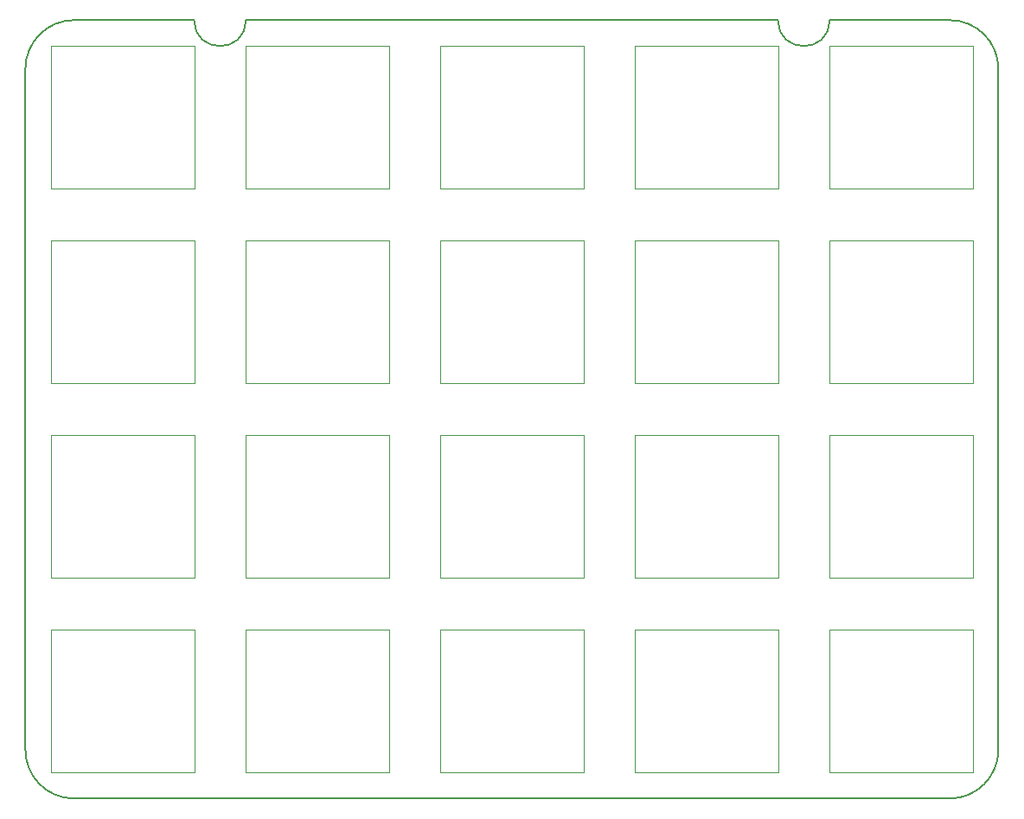
<source format=gm1>
G04 #@! TF.GenerationSoftware,KiCad,Pcbnew,5.1.2-f72e74a~84~ubuntu18.04.1*
G04 #@! TF.CreationDate,2019-06-18T11:16:38+09:00*
G04 #@! TF.ProjectId,top-plate,746f702d-706c-4617-9465-2e6b69636164,rev?*
G04 #@! TF.SameCoordinates,Original*
G04 #@! TF.FileFunction,Profile,NP*
%FSLAX46Y46*%
G04 Gerber Fmt 4.6, Leading zero omitted, Abs format (unit mm)*
G04 Created by KiCad (PCBNEW 5.1.2-f72e74a~84~ubuntu18.04.1) date 2019-06-18 11:16:38*
%MOMM*%
%LPD*%
G04 APERTURE LIST*
%ADD10C,0.150000*%
%ADD11C,0.200000*%
%ADD12C,0.100000*%
G04 APERTURE END LIST*
D10*
X126365000Y-23812500D02*
X138112500Y-23812500D01*
X69215000Y-23812500D02*
X121285000Y-23812500D01*
X52387500Y-23812500D02*
X64135000Y-23812500D01*
X69215000Y-23812500D02*
G75*
G02X64135000Y-23812500I-2540000J0D01*
G01*
X126365000Y-23812500D02*
G75*
G02X121285000Y-23812500I-2540000J0D01*
G01*
X142875000Y-95250000D02*
G75*
G02X138112500Y-100012500I-4762500J0D01*
G01*
X52387500Y-100012500D02*
G75*
G02X47625000Y-95250000I0J4762500D01*
G01*
X47625000Y-28575000D02*
G75*
G02X52387500Y-23812500I4762500J0D01*
G01*
X138112500Y-23812500D02*
G75*
G02X142875000Y-28575000I0J-4762500D01*
G01*
D11*
X142875000Y-95250000D02*
X142875000Y-28575000D01*
X52387500Y-100012500D02*
X138112500Y-100012500D01*
X47625000Y-28575000D02*
X47625000Y-95250000D01*
D12*
X102250000Y-97487500D02*
X102250000Y-83487500D01*
X88250000Y-97487500D02*
X102250000Y-97487500D01*
X88250000Y-83487500D02*
X88250000Y-97487500D01*
X102250000Y-83487500D02*
X88250000Y-83487500D01*
X121300000Y-97487500D02*
X121300000Y-83487500D01*
X107300000Y-97487500D02*
X121300000Y-97487500D01*
X107300000Y-83487500D02*
X107300000Y-97487500D01*
X121300000Y-83487500D02*
X107300000Y-83487500D01*
X64150000Y-97487500D02*
X64150000Y-83487500D01*
X50150000Y-97487500D02*
X64150000Y-97487500D01*
X50150000Y-83487500D02*
X50150000Y-97487500D01*
X64150000Y-83487500D02*
X50150000Y-83487500D01*
X83200000Y-97487500D02*
X83200000Y-83487500D01*
X69200000Y-97487500D02*
X83200000Y-97487500D01*
X69200000Y-83487500D02*
X69200000Y-97487500D01*
X83200000Y-83487500D02*
X69200000Y-83487500D01*
X140350000Y-97487500D02*
X140350000Y-83487500D01*
X126350000Y-97487500D02*
X140350000Y-97487500D01*
X126350000Y-83487500D02*
X126350000Y-97487500D01*
X140350000Y-83487500D02*
X126350000Y-83487500D01*
X83200000Y-78437500D02*
X83200000Y-64437500D01*
X69200000Y-78437500D02*
X83200000Y-78437500D01*
X69200000Y-64437500D02*
X69200000Y-78437500D01*
X83200000Y-64437500D02*
X69200000Y-64437500D01*
X64150000Y-78437500D02*
X64150000Y-64437500D01*
X50150000Y-78437500D02*
X64150000Y-78437500D01*
X50150000Y-64437500D02*
X50150000Y-78437500D01*
X64150000Y-64437500D02*
X50150000Y-64437500D01*
X140350000Y-78437500D02*
X140350000Y-64437500D01*
X126350000Y-78437500D02*
X140350000Y-78437500D01*
X126350000Y-64437500D02*
X126350000Y-78437500D01*
X140350000Y-64437500D02*
X126350000Y-64437500D01*
X102250000Y-78437500D02*
X102250000Y-64437500D01*
X88250000Y-78437500D02*
X102250000Y-78437500D01*
X88250000Y-64437500D02*
X88250000Y-78437500D01*
X102250000Y-64437500D02*
X88250000Y-64437500D01*
X121300000Y-78437500D02*
X121300000Y-64437500D01*
X107300000Y-78437500D02*
X121300000Y-78437500D01*
X107300000Y-64437500D02*
X107300000Y-78437500D01*
X121300000Y-64437500D02*
X107300000Y-64437500D01*
X102250000Y-59387500D02*
X102250000Y-45387500D01*
X88250000Y-59387500D02*
X102250000Y-59387500D01*
X88250000Y-45387500D02*
X88250000Y-59387500D01*
X102250000Y-45387500D02*
X88250000Y-45387500D01*
X121300000Y-59387500D02*
X121300000Y-45387500D01*
X107300000Y-59387500D02*
X121300000Y-59387500D01*
X107300000Y-45387500D02*
X107300000Y-59387500D01*
X121300000Y-45387500D02*
X107300000Y-45387500D01*
X83200000Y-59387500D02*
X83200000Y-45387500D01*
X69200000Y-59387500D02*
X83200000Y-59387500D01*
X69200000Y-45387500D02*
X69200000Y-59387500D01*
X83200000Y-45387500D02*
X69200000Y-45387500D01*
X140350000Y-59387500D02*
X140350000Y-45387500D01*
X126350000Y-59387500D02*
X140350000Y-59387500D01*
X126350000Y-45387500D02*
X126350000Y-59387500D01*
X140350000Y-45387500D02*
X126350000Y-45387500D01*
X64150000Y-59387500D02*
X64150000Y-45387500D01*
X50150000Y-59387500D02*
X64150000Y-59387500D01*
X50150000Y-45387500D02*
X50150000Y-59387500D01*
X64150000Y-45387500D02*
X50150000Y-45387500D01*
X64150000Y-40337500D02*
X64150000Y-26337500D01*
X50150000Y-40337500D02*
X64150000Y-40337500D01*
X50150000Y-26337500D02*
X50150000Y-40337500D01*
X64150000Y-26337500D02*
X50150000Y-26337500D01*
X83200000Y-40337500D02*
X83200000Y-26337500D01*
X69200000Y-40337500D02*
X83200000Y-40337500D01*
X69200000Y-26337500D02*
X69200000Y-40337500D01*
X83200000Y-26337500D02*
X69200000Y-26337500D01*
X102250000Y-40337500D02*
X102250000Y-26337500D01*
X88250000Y-40337500D02*
X102250000Y-40337500D01*
X88250000Y-26337500D02*
X88250000Y-40337500D01*
X102250000Y-26337500D02*
X88250000Y-26337500D01*
X121300000Y-40337500D02*
X121300000Y-26337500D01*
X107300000Y-40337500D02*
X121300000Y-40337500D01*
X107300000Y-26337500D02*
X107300000Y-40337500D01*
X121300000Y-26337500D02*
X107300000Y-26337500D01*
X140350000Y-40337500D02*
X140350000Y-26337500D01*
X126350000Y-40337500D02*
X140350000Y-40337500D01*
X126350000Y-26337500D02*
X126350000Y-40337500D01*
X140350000Y-26337500D02*
X126350000Y-26337500D01*
M02*

</source>
